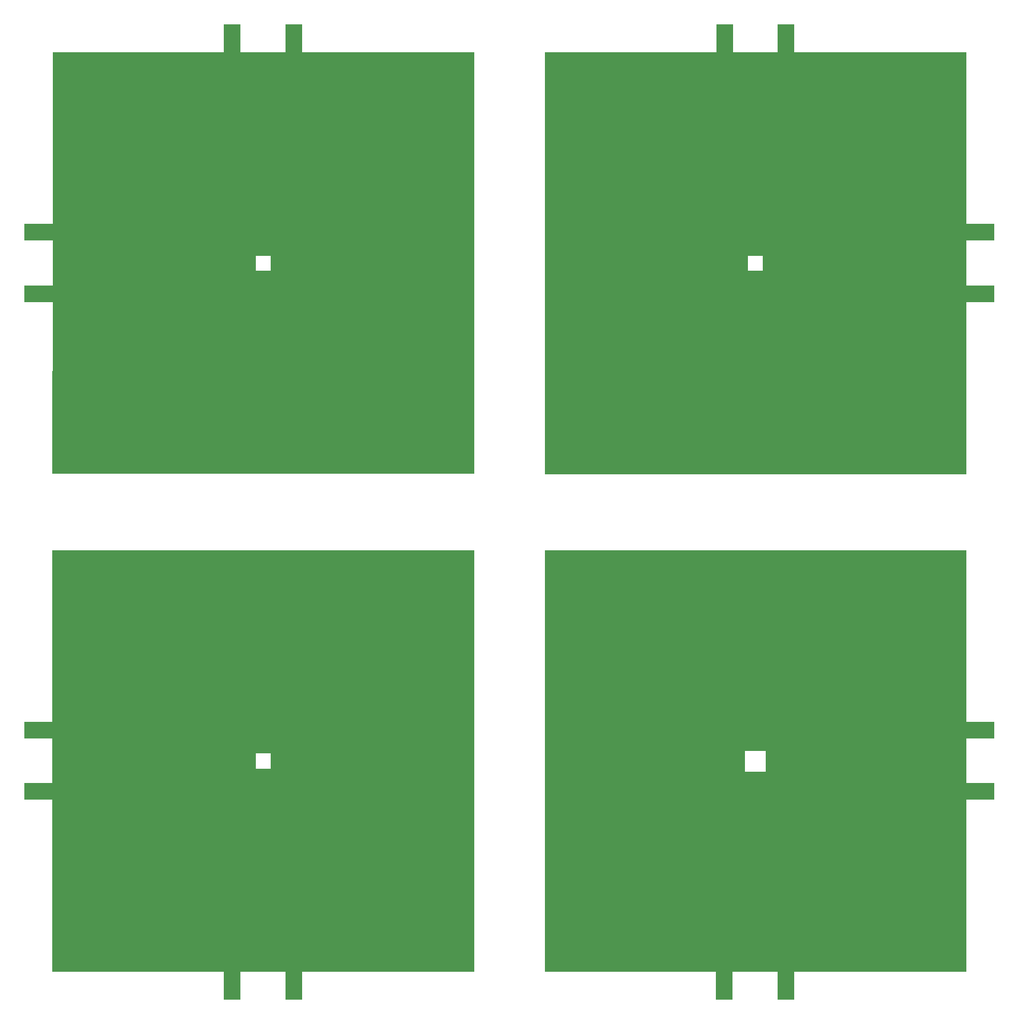
<source format=gbr>
%TF.GenerationSoftware,KiCad,Pcbnew,6.0.6-3a73a75311~116~ubuntu20.04.1*%
%TF.CreationDate,2022-06-30T05:51:01+02:00*%
%TF.ProjectId,panel_v3,70616e65-6c5f-4763-932e-6b696361645f,rev?*%
%TF.SameCoordinates,Original*%
%TF.FileFunction,Copper,L2,Bot*%
%TF.FilePolarity,Positive*%
%FSLAX46Y46*%
G04 Gerber Fmt 4.6, Leading zero omitted, Abs format (unit mm)*
G04 Created by KiCad (PCBNEW 6.0.6-3a73a75311~116~ubuntu20.04.1) date 2022-06-30 05:51:01*
%MOMM*%
%LPD*%
G01*
G04 APERTURE LIST*
%TA.AperFunction,EtchedComponent*%
%ADD10C,0.010000*%
%TD*%
%TA.AperFunction,SMDPad,CuDef*%
%ADD11R,2.420000X5.080000*%
%TD*%
%TA.AperFunction,SMDPad,CuDef*%
%ADD12R,0.460000X0.950000*%
%TD*%
%TA.AperFunction,ComponentPad*%
%ADD13C,0.970000*%
%TD*%
%TA.AperFunction,SMDPad,CuDef*%
%ADD14R,5.080000X2.420000*%
%TD*%
%TA.AperFunction,SMDPad,CuDef*%
%ADD15R,0.950000X0.460000*%
%TD*%
%TA.AperFunction,ViaPad*%
%ADD16C,0.600000*%
%TD*%
G04 APERTURE END LIST*
%TO.C,Ref\u002A\u002A*%
G36*
X129994702Y-103980374D02*
G01*
X131513411Y-103980642D01*
X160014327Y-103985674D01*
X160019627Y-134005299D01*
X160024926Y-164024924D01*
X99975077Y-164024924D01*
X99975077Y-135534590D01*
X128465411Y-135534590D01*
X131513411Y-135534590D01*
X131513411Y-132486590D01*
X128465411Y-132486590D01*
X128465411Y-135534590D01*
X99975077Y-135534590D01*
X99975077Y-103975075D01*
X129994702Y-103980374D01*
G37*
D10*
X129994702Y-103980374D02*
X131513411Y-103980642D01*
X160014327Y-103985674D01*
X160019627Y-134005299D01*
X160024926Y-164024924D01*
X99975077Y-164024924D01*
X99975077Y-135534590D01*
X128465411Y-135534590D01*
X131513411Y-135534590D01*
X131513411Y-132486590D01*
X128465411Y-132486590D01*
X128465411Y-135534590D01*
X99975077Y-135534590D01*
X99975077Y-103975075D01*
X129994702Y-103980374D01*
G36*
X29780502Y-32963660D02*
G01*
X89819752Y-32953062D01*
X89819752Y-93002910D01*
X29769904Y-93002910D01*
X29775008Y-64089243D01*
X58704752Y-64089243D01*
X60906086Y-64089243D01*
X60906086Y-61887910D01*
X58704752Y-61887910D01*
X58704752Y-64089243D01*
X29775008Y-64089243D01*
X29780502Y-32963660D01*
G37*
X29780502Y-32963660D02*
X89819752Y-32953062D01*
X89819752Y-93002910D01*
X29769904Y-93002910D01*
X29775008Y-64089243D01*
X58704752Y-64089243D01*
X60906086Y-64089243D01*
X60906086Y-61887910D01*
X58704752Y-61887910D01*
X58704752Y-64089243D01*
X29775008Y-64089243D01*
X29780502Y-32963660D01*
G36*
X160024910Y-32969169D02*
G01*
X160024910Y-93019002D01*
X99975077Y-93019002D01*
X99975077Y-64105336D01*
X128909910Y-64105336D01*
X131111244Y-64105336D01*
X131111244Y-61904002D01*
X128909910Y-61904002D01*
X128909910Y-64105336D01*
X99975077Y-64105336D01*
X99975077Y-32969169D01*
X160024910Y-32969169D01*
G37*
X160024910Y-32969169D02*
X160024910Y-93019002D01*
X99975077Y-93019002D01*
X99975077Y-64105336D01*
X128909910Y-64105336D01*
X131111244Y-64105336D01*
X131111244Y-61904002D01*
X128909910Y-61904002D01*
X128909910Y-64105336D01*
X99975077Y-64105336D01*
X99975077Y-32969169D01*
X160024910Y-32969169D01*
G36*
X29769919Y-164024911D02*
G01*
X29769919Y-135111244D01*
X58704752Y-135111244D01*
X60906086Y-135111244D01*
X60906086Y-132888744D01*
X58704752Y-132888744D01*
X58704752Y-135111244D01*
X29769919Y-135111244D01*
X29769919Y-103975077D01*
X89819752Y-103975077D01*
X89819752Y-164024911D01*
X29769919Y-164024911D01*
G37*
X29769919Y-164024911D02*
X29769919Y-135111244D01*
X58704752Y-135111244D01*
X60906086Y-135111244D01*
X60906086Y-132888744D01*
X58704752Y-132888744D01*
X58704752Y-135111244D01*
X29769919Y-135111244D01*
X29769919Y-103975077D01*
X89819752Y-103975077D01*
X89819752Y-164024911D01*
X29769919Y-164024911D01*
%TD*%
D11*
%TO.P,JA1,2,Ext*%
%TO.N,N/C*%
X64185838Y-165512580D03*
D12*
X55425838Y-162522580D03*
D11*
X55425838Y-165512580D03*
D13*
X64185838Y-162072580D03*
X55425838Y-162072580D03*
D12*
X64185838Y-162522580D03*
%TD*%
D11*
%TO.P,JA1,2,Ext*%
%TO.N,N/C*%
X134369947Y-165521704D03*
D12*
X125609947Y-162531704D03*
D11*
X125609947Y-165521704D03*
D13*
X134369947Y-162081704D03*
X125609947Y-162081704D03*
D12*
X134369947Y-162531704D03*
%TD*%
D11*
%TO.P,JA1,2,Ext*%
%TO.N,N/C*%
X125632214Y-31481325D03*
D12*
X134392214Y-34471325D03*
D11*
X134392214Y-31481325D03*
D13*
X125632214Y-34921325D03*
X134392214Y-34921325D03*
D12*
X125632214Y-34471325D03*
%TD*%
D14*
%TO.P,JA1,2,Ext*%
%TO.N,GND*%
X28280000Y-67370218D03*
D15*
X31270000Y-58610218D03*
D14*
X28280000Y-58610218D03*
D13*
X31720000Y-67370218D03*
X31720000Y-58610218D03*
D15*
X31270000Y-67370218D03*
%TD*%
D14*
%TO.P,JA1,2,Ext*%
%TO.N,N/C*%
X28293683Y-138373117D03*
D15*
X31283683Y-129613117D03*
D14*
X28293683Y-129613117D03*
D13*
X31733683Y-138373117D03*
X31733683Y-129613117D03*
D15*
X31283683Y-138373117D03*
%TD*%
D11*
%TO.P,JA1,2,Ext*%
%TO.N,N/C*%
X55423119Y-31481325D03*
D12*
X64183119Y-34471325D03*
D11*
X64183119Y-31481325D03*
D13*
X55423119Y-34921325D03*
X64183119Y-34921325D03*
D12*
X55423119Y-34471325D03*
%TD*%
D14*
%TO.P,JA1,2,Ext*%
%TO.N,N/C*%
X161521772Y-129629327D03*
D15*
X158531772Y-138389327D03*
D14*
X161521772Y-138389327D03*
D13*
X158081772Y-129629327D03*
X158081772Y-138389327D03*
D15*
X158531772Y-129629327D03*
%TD*%
D14*
%TO.P,JA1,2,Ext*%
%TO.N,N/C*%
X161531147Y-58618248D03*
D15*
X158541147Y-67378248D03*
D14*
X161531147Y-67378248D03*
D13*
X158091147Y-58618248D03*
X158091147Y-67378248D03*
D15*
X158541147Y-58618248D03*
%TD*%
D16*
%TO.N,GND*%
X49752299Y-145529888D03*
X69850459Y-122457282D03*
X48219861Y-145580988D03*
X119971719Y-51458078D03*
X71382897Y-122406182D03*
X118457202Y-123965490D03*
X140063599Y-51463660D03*
X119944425Y-145550873D03*
X49758579Y-122451700D03*
X118451620Y-144057370D03*
X118427116Y-51418445D03*
X140057319Y-74541848D03*
X141556404Y-52957163D03*
X141529808Y-144063650D03*
X69844179Y-145535470D03*
X118433001Y-74587366D03*
X141575023Y-122427167D03*
X118478216Y-52950883D03*
X141580908Y-145596088D03*
X118411987Y-145601973D03*
X48265076Y-123944505D03*
X48213976Y-122412067D03*
X118472634Y-73042763D03*
X118406102Y-122433052D03*
X71337682Y-144042665D03*
X119965439Y-74536266D03*
X141601922Y-74581481D03*
X141596037Y-51412560D03*
X141535390Y-123971770D03*
X71343264Y-123950785D03*
X48259494Y-144036385D03*
X119950705Y-122472685D03*
X141550822Y-73049043D03*
X71388782Y-145575103D03*
X140042585Y-122478267D03*
X140036305Y-145556455D03*
%TD*%
M02*

</source>
